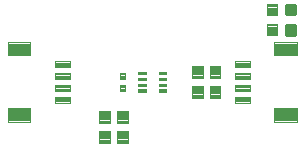
<source format=gtp>
G04 EAGLE Gerber RS-274X export*
G75*
%MOMM*%
%FSLAX34Y34*%
%LPD*%
%INSolderpaste Top*%
%IPPOS*%
%AMOC8*
5,1,8,0,0,1.08239X$1,22.5*%
G01*
%ADD10C,0.100000*%
%ADD11C,0.096000*%
%ADD12C,0.102000*%
%ADD13C,0.300000*%


D10*
X175586Y130500D02*
X175586Y140500D01*
X184586Y140500D01*
X184586Y130500D01*
X175586Y130500D01*
X175586Y131450D02*
X184586Y131450D01*
X184586Y132400D02*
X175586Y132400D01*
X175586Y133350D02*
X184586Y133350D01*
X184586Y134300D02*
X175586Y134300D01*
X175586Y135250D02*
X184586Y135250D01*
X184586Y136200D02*
X175586Y136200D01*
X175586Y137150D02*
X184586Y137150D01*
X184586Y138100D02*
X175586Y138100D01*
X175586Y139050D02*
X184586Y139050D01*
X184586Y140000D02*
X175586Y140000D01*
X175586Y123500D02*
X175586Y113500D01*
X175586Y123500D02*
X184586Y123500D01*
X184586Y113500D01*
X175586Y113500D01*
X175586Y114450D02*
X184586Y114450D01*
X184586Y115400D02*
X175586Y115400D01*
X175586Y116350D02*
X184586Y116350D01*
X184586Y117300D02*
X175586Y117300D01*
X175586Y118250D02*
X184586Y118250D01*
X184586Y119200D02*
X175586Y119200D01*
X175586Y120150D02*
X184586Y120150D01*
X184586Y121100D02*
X175586Y121100D01*
X175586Y122050D02*
X184586Y122050D01*
X184586Y123000D02*
X175586Y123000D01*
X160600Y130500D02*
X160600Y140500D01*
X169600Y140500D01*
X169600Y130500D01*
X160600Y130500D01*
X160600Y131450D02*
X169600Y131450D01*
X169600Y132400D02*
X160600Y132400D01*
X160600Y133350D02*
X169600Y133350D01*
X169600Y134300D02*
X160600Y134300D01*
X160600Y135250D02*
X169600Y135250D01*
X169600Y136200D02*
X160600Y136200D01*
X160600Y137150D02*
X169600Y137150D01*
X169600Y138100D02*
X160600Y138100D01*
X160600Y139050D02*
X169600Y139050D01*
X169600Y140000D02*
X160600Y140000D01*
X160600Y123500D02*
X160600Y113500D01*
X160600Y123500D02*
X169600Y123500D01*
X169600Y113500D01*
X160600Y113500D01*
X160600Y114450D02*
X169600Y114450D01*
X169600Y115400D02*
X160600Y115400D01*
X160600Y116350D02*
X169600Y116350D01*
X169600Y117300D02*
X160600Y117300D01*
X160600Y118250D02*
X169600Y118250D01*
X169600Y119200D02*
X160600Y119200D01*
X160600Y120150D02*
X169600Y120150D01*
X169600Y121100D02*
X160600Y121100D01*
X160600Y122050D02*
X169600Y122050D01*
X169600Y123000D02*
X160600Y123000D01*
D11*
X249216Y104520D02*
X249216Y93480D01*
X230176Y93480D01*
X230176Y104520D01*
X249216Y104520D01*
X249216Y94392D02*
X230176Y94392D01*
X230176Y95304D02*
X249216Y95304D01*
X249216Y96216D02*
X230176Y96216D01*
X230176Y97128D02*
X249216Y97128D01*
X249216Y98040D02*
X230176Y98040D01*
X230176Y98952D02*
X249216Y98952D01*
X249216Y99864D02*
X230176Y99864D01*
X230176Y100776D02*
X249216Y100776D01*
X249216Y101688D02*
X230176Y101688D01*
X230176Y102600D02*
X249216Y102600D01*
X249216Y103512D02*
X230176Y103512D01*
X230176Y104424D02*
X249216Y104424D01*
X249216Y149480D02*
X249216Y160520D01*
X249216Y149480D02*
X230176Y149480D01*
X230176Y160520D01*
X249216Y160520D01*
X249216Y150392D02*
X230176Y150392D01*
X230176Y151304D02*
X249216Y151304D01*
X249216Y152216D02*
X230176Y152216D01*
X230176Y153128D02*
X249216Y153128D01*
X249216Y154040D02*
X230176Y154040D01*
X230176Y154952D02*
X249216Y154952D01*
X249216Y155864D02*
X230176Y155864D01*
X230176Y156776D02*
X249216Y156776D01*
X249216Y157688D02*
X230176Y157688D01*
X230176Y158600D02*
X249216Y158600D01*
X249216Y159512D02*
X230176Y159512D01*
X230176Y160424D02*
X249216Y160424D01*
D12*
X209186Y114490D02*
X209186Y109510D01*
X196706Y109510D01*
X196706Y114490D01*
X209186Y114490D01*
X209186Y110479D02*
X196706Y110479D01*
X196706Y111448D02*
X209186Y111448D01*
X209186Y112417D02*
X196706Y112417D01*
X196706Y113386D02*
X209186Y113386D01*
X209186Y114355D02*
X196706Y114355D01*
X209186Y119510D02*
X209186Y124490D01*
X209186Y119510D02*
X196706Y119510D01*
X196706Y124490D01*
X209186Y124490D01*
X209186Y120479D02*
X196706Y120479D01*
X196706Y121448D02*
X209186Y121448D01*
X209186Y122417D02*
X196706Y122417D01*
X196706Y123386D02*
X209186Y123386D01*
X209186Y124355D02*
X196706Y124355D01*
X209186Y129510D02*
X209186Y134490D01*
X209186Y129510D02*
X196706Y129510D01*
X196706Y134490D01*
X209186Y134490D01*
X209186Y130479D02*
X196706Y130479D01*
X196706Y131448D02*
X209186Y131448D01*
X209186Y132417D02*
X196706Y132417D01*
X196706Y133386D02*
X209186Y133386D01*
X209186Y134355D02*
X196706Y134355D01*
X209186Y139510D02*
X209186Y144490D01*
X209186Y139510D02*
X196706Y139510D01*
X196706Y144490D01*
X209186Y144490D01*
X209186Y140479D02*
X196706Y140479D01*
X196706Y141448D02*
X209186Y141448D01*
X209186Y142417D02*
X196706Y142417D01*
X196706Y143386D02*
X209186Y143386D01*
X209186Y144355D02*
X196706Y144355D01*
D11*
X4530Y149480D02*
X4530Y160520D01*
X23570Y160520D01*
X23570Y149480D01*
X4530Y149480D01*
X4530Y150392D02*
X23570Y150392D01*
X23570Y151304D02*
X4530Y151304D01*
X4530Y152216D02*
X23570Y152216D01*
X23570Y153128D02*
X4530Y153128D01*
X4530Y154040D02*
X23570Y154040D01*
X23570Y154952D02*
X4530Y154952D01*
X4530Y155864D02*
X23570Y155864D01*
X23570Y156776D02*
X4530Y156776D01*
X4530Y157688D02*
X23570Y157688D01*
X23570Y158600D02*
X4530Y158600D01*
X4530Y159512D02*
X23570Y159512D01*
X23570Y160424D02*
X4530Y160424D01*
X4530Y104520D02*
X4530Y93480D01*
X4530Y104520D02*
X23570Y104520D01*
X23570Y93480D01*
X4530Y93480D01*
X4530Y94392D02*
X23570Y94392D01*
X23570Y95304D02*
X4530Y95304D01*
X4530Y96216D02*
X23570Y96216D01*
X23570Y97128D02*
X4530Y97128D01*
X4530Y98040D02*
X23570Y98040D01*
X23570Y98952D02*
X4530Y98952D01*
X4530Y99864D02*
X23570Y99864D01*
X23570Y100776D02*
X4530Y100776D01*
X4530Y101688D02*
X23570Y101688D01*
X23570Y102600D02*
X4530Y102600D01*
X4530Y103512D02*
X23570Y103512D01*
X23570Y104424D02*
X4530Y104424D01*
D12*
X44560Y139510D02*
X44560Y144490D01*
X57040Y144490D01*
X57040Y139510D01*
X44560Y139510D01*
X44560Y140479D02*
X57040Y140479D01*
X57040Y141448D02*
X44560Y141448D01*
X44560Y142417D02*
X57040Y142417D01*
X57040Y143386D02*
X44560Y143386D01*
X44560Y144355D02*
X57040Y144355D01*
X44560Y134490D02*
X44560Y129510D01*
X44560Y134490D02*
X57040Y134490D01*
X57040Y129510D01*
X44560Y129510D01*
X44560Y130479D02*
X57040Y130479D01*
X57040Y131448D02*
X44560Y131448D01*
X44560Y132417D02*
X57040Y132417D01*
X57040Y133386D02*
X44560Y133386D01*
X44560Y134355D02*
X57040Y134355D01*
X44560Y124490D02*
X44560Y119510D01*
X44560Y124490D02*
X57040Y124490D01*
X57040Y119510D01*
X44560Y119510D01*
X44560Y120479D02*
X57040Y120479D01*
X57040Y121448D02*
X44560Y121448D01*
X44560Y122417D02*
X57040Y122417D01*
X57040Y123386D02*
X44560Y123386D01*
X44560Y124355D02*
X57040Y124355D01*
X44560Y114490D02*
X44560Y109510D01*
X44560Y114490D02*
X57040Y114490D01*
X57040Y109510D01*
X44560Y109510D01*
X44560Y110479D02*
X57040Y110479D01*
X57040Y111448D02*
X44560Y111448D01*
X44560Y112417D02*
X57040Y112417D01*
X57040Y113386D02*
X44560Y113386D01*
X44560Y114355D02*
X57040Y114355D01*
D13*
X240594Y184594D02*
X247594Y184594D01*
X240594Y184594D02*
X240594Y191594D01*
X247594Y191594D01*
X247594Y184594D01*
X247594Y187444D02*
X240594Y187444D01*
X240594Y190294D02*
X247594Y190294D01*
X247594Y167054D02*
X240594Y167054D01*
X240594Y174054D01*
X247594Y174054D01*
X247594Y167054D01*
X247594Y169904D02*
X240594Y169904D01*
X240594Y172754D02*
X247594Y172754D01*
D10*
X232592Y176332D02*
X232592Y166332D01*
X223592Y166332D01*
X223592Y176332D01*
X232592Y176332D01*
X232592Y167282D02*
X223592Y167282D01*
X223592Y168232D02*
X232592Y168232D01*
X232592Y169182D02*
X223592Y169182D01*
X223592Y170132D02*
X232592Y170132D01*
X232592Y171082D02*
X223592Y171082D01*
X223592Y172032D02*
X232592Y172032D01*
X232592Y172982D02*
X223592Y172982D01*
X223592Y173932D02*
X232592Y173932D01*
X232592Y174882D02*
X223592Y174882D01*
X223592Y175832D02*
X232592Y175832D01*
X232592Y183332D02*
X232592Y193332D01*
X232592Y183332D02*
X223592Y183332D01*
X223592Y193332D01*
X232592Y193332D01*
X232592Y184282D02*
X223592Y184282D01*
X223592Y185232D02*
X232592Y185232D01*
X232592Y186182D02*
X223592Y186182D01*
X223592Y187132D02*
X232592Y187132D01*
X232592Y188082D02*
X223592Y188082D01*
X223592Y189032D02*
X232592Y189032D01*
X232592Y189982D02*
X223592Y189982D01*
X223592Y190932D02*
X232592Y190932D01*
X232592Y191882D02*
X223592Y191882D01*
X223592Y192832D02*
X232592Y192832D01*
D12*
X99110Y134490D02*
X99110Y129510D01*
X99110Y134490D02*
X104090Y134490D01*
X104090Y129510D01*
X99110Y129510D01*
X99110Y130479D02*
X104090Y130479D01*
X104090Y131448D02*
X99110Y131448D01*
X99110Y132417D02*
X104090Y132417D01*
X104090Y133386D02*
X99110Y133386D01*
X99110Y134355D02*
X104090Y134355D01*
X99110Y124490D02*
X99110Y119510D01*
X99110Y124490D02*
X104090Y124490D01*
X104090Y119510D01*
X99110Y119510D01*
X99110Y120479D02*
X104090Y120479D01*
X104090Y121448D02*
X99110Y121448D01*
X99110Y122417D02*
X104090Y122417D01*
X104090Y123386D02*
X99110Y123386D01*
X99110Y124355D02*
X104090Y124355D01*
X115020Y133630D02*
X121200Y133630D01*
X115020Y133630D02*
X115020Y135610D01*
X121200Y135610D01*
X121200Y133630D01*
X121200Y134599D02*
X115020Y134599D01*
X115020Y135568D02*
X121200Y135568D01*
X121200Y128630D02*
X115020Y128630D01*
X115020Y130610D01*
X121200Y130610D01*
X121200Y128630D01*
X121200Y129599D02*
X115020Y129599D01*
X115020Y130568D02*
X121200Y130568D01*
X121200Y123630D02*
X115020Y123630D01*
X115020Y125610D01*
X121200Y125610D01*
X121200Y123630D01*
X121200Y124599D02*
X115020Y124599D01*
X115020Y125568D02*
X121200Y125568D01*
X121200Y118630D02*
X115020Y118630D01*
X115020Y120610D01*
X121200Y120610D01*
X121200Y118630D01*
X121200Y119599D02*
X115020Y119599D01*
X115020Y120568D02*
X121200Y120568D01*
X132220Y118630D02*
X138400Y118630D01*
X132220Y118630D02*
X132220Y120610D01*
X138400Y120610D01*
X138400Y118630D01*
X138400Y119599D02*
X132220Y119599D01*
X132220Y120568D02*
X138400Y120568D01*
X138400Y123630D02*
X132220Y123630D01*
X132220Y125610D01*
X138400Y125610D01*
X138400Y123630D01*
X138400Y124599D02*
X132220Y124599D01*
X132220Y125568D02*
X138400Y125568D01*
X138400Y128630D02*
X132220Y128630D01*
X132220Y130610D01*
X138400Y130610D01*
X138400Y128630D01*
X138400Y129599D02*
X132220Y129599D01*
X132220Y130568D02*
X138400Y130568D01*
X138400Y133630D02*
X132220Y133630D01*
X132220Y135610D01*
X138400Y135610D01*
X138400Y133630D01*
X138400Y134599D02*
X132220Y134599D01*
X132220Y135568D02*
X138400Y135568D01*
D10*
X106100Y85400D02*
X106100Y75400D01*
X97100Y75400D01*
X97100Y85400D01*
X106100Y85400D01*
X106100Y76350D02*
X97100Y76350D01*
X97100Y77300D02*
X106100Y77300D01*
X106100Y78250D02*
X97100Y78250D01*
X97100Y79200D02*
X106100Y79200D01*
X106100Y80150D02*
X97100Y80150D01*
X97100Y81100D02*
X106100Y81100D01*
X106100Y82050D02*
X97100Y82050D01*
X97100Y83000D02*
X106100Y83000D01*
X106100Y83950D02*
X97100Y83950D01*
X97100Y84900D02*
X106100Y84900D01*
X106100Y92400D02*
X106100Y102400D01*
X106100Y92400D02*
X97100Y92400D01*
X97100Y102400D01*
X106100Y102400D01*
X106100Y93350D02*
X97100Y93350D01*
X97100Y94300D02*
X106100Y94300D01*
X106100Y95250D02*
X97100Y95250D01*
X97100Y96200D02*
X106100Y96200D01*
X106100Y97150D02*
X97100Y97150D01*
X97100Y98100D02*
X106100Y98100D01*
X106100Y99050D02*
X97100Y99050D01*
X97100Y100000D02*
X106100Y100000D01*
X106100Y100950D02*
X97100Y100950D01*
X97100Y101900D02*
X106100Y101900D01*
X90860Y85400D02*
X90860Y75400D01*
X81860Y75400D01*
X81860Y85400D01*
X90860Y85400D01*
X90860Y76350D02*
X81860Y76350D01*
X81860Y77300D02*
X90860Y77300D01*
X90860Y78250D02*
X81860Y78250D01*
X81860Y79200D02*
X90860Y79200D01*
X90860Y80150D02*
X81860Y80150D01*
X81860Y81100D02*
X90860Y81100D01*
X90860Y82050D02*
X81860Y82050D01*
X81860Y83000D02*
X90860Y83000D01*
X90860Y83950D02*
X81860Y83950D01*
X81860Y84900D02*
X90860Y84900D01*
X90860Y92400D02*
X90860Y102400D01*
X90860Y92400D02*
X81860Y92400D01*
X81860Y102400D01*
X90860Y102400D01*
X90860Y93350D02*
X81860Y93350D01*
X81860Y94300D02*
X90860Y94300D01*
X90860Y95250D02*
X81860Y95250D01*
X81860Y96200D02*
X90860Y96200D01*
X90860Y97150D02*
X81860Y97150D01*
X81860Y98100D02*
X90860Y98100D01*
X90860Y99050D02*
X81860Y99050D01*
X81860Y100000D02*
X90860Y100000D01*
X90860Y100950D02*
X81860Y100950D01*
X81860Y101900D02*
X90860Y101900D01*
M02*

</source>
